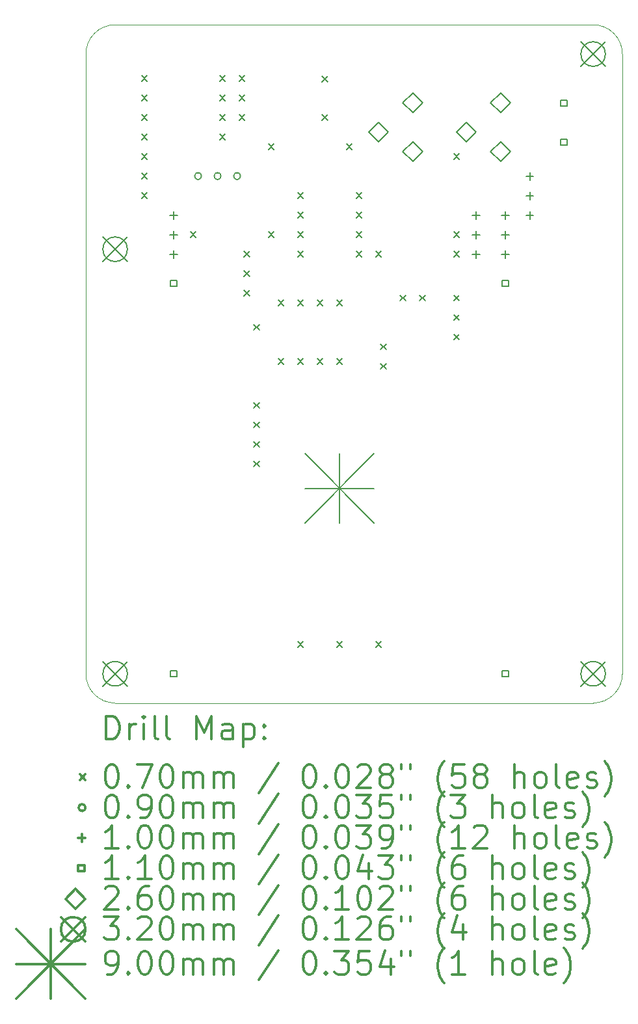
<source format=gbr>
%FSLAX45Y45*%
G04 Gerber Fmt 4.5, Leading zero omitted, Abs format (unit mm)*
G04 Created by KiCad (PCBNEW 4.0.1-stable) date 04/17/17 03:19:09*
%MOMM*%
G01*
G04 APERTURE LIST*
%ADD10C,0.127000*%
%ADD11C,0.100000*%
%ADD12C,0.200000*%
%ADD13C,0.300000*%
G04 APERTURE END LIST*
D10*
D11*
X17526000Y-12509500D02*
X17526000Y-4445000D01*
X10922000Y-12890500D02*
X17145000Y-12890500D01*
X10541000Y-4445000D02*
X10541000Y-12509500D01*
X17145000Y-4064000D02*
X10922000Y-4064000D01*
X10541000Y-12509500D02*
G75*
G03X10922000Y-12890500I381000J0D01*
G01*
X10922000Y-4064000D02*
G75*
G03X10541000Y-4445000I0J-381000D01*
G01*
X17526000Y-4445000D02*
G75*
G03X17145000Y-4064000I-381000J0D01*
G01*
X17145000Y-12890500D02*
G75*
G03X17526000Y-12509500I0J381000D01*
G01*
D12*
X11268000Y-4727500D02*
X11338000Y-4797500D01*
X11338000Y-4727500D02*
X11268000Y-4797500D01*
X11268000Y-4981500D02*
X11338000Y-5051500D01*
X11338000Y-4981500D02*
X11268000Y-5051500D01*
X11268000Y-5235500D02*
X11338000Y-5305500D01*
X11338000Y-5235500D02*
X11268000Y-5305500D01*
X11268000Y-5743500D02*
X11338000Y-5813500D01*
X11338000Y-5743500D02*
X11268000Y-5813500D01*
X11268000Y-5997500D02*
X11338000Y-6067500D01*
X11338000Y-5997500D02*
X11268000Y-6067500D01*
X11268000Y-6251500D02*
X11338000Y-6321500D01*
X11338000Y-6251500D02*
X11268000Y-6321500D01*
X11268052Y-5489246D02*
X11338052Y-5559246D01*
X11338052Y-5489246D02*
X11268052Y-5559246D01*
X11903000Y-6759500D02*
X11973000Y-6829500D01*
X11973000Y-6759500D02*
X11903000Y-6829500D01*
X12284000Y-4727500D02*
X12354000Y-4797500D01*
X12354000Y-4727500D02*
X12284000Y-4797500D01*
X12284000Y-4981500D02*
X12354000Y-5051500D01*
X12354000Y-4981500D02*
X12284000Y-5051500D01*
X12284000Y-5235500D02*
X12354000Y-5305500D01*
X12354000Y-5235500D02*
X12284000Y-5305500D01*
X12284000Y-5489500D02*
X12354000Y-5559500D01*
X12354000Y-5489500D02*
X12284000Y-5559500D01*
X12538000Y-4727500D02*
X12608000Y-4797500D01*
X12608000Y-4727500D02*
X12538000Y-4797500D01*
X12538000Y-4981500D02*
X12608000Y-5051500D01*
X12608000Y-4981500D02*
X12538000Y-5051500D01*
X12538000Y-5235500D02*
X12608000Y-5305500D01*
X12608000Y-5235500D02*
X12538000Y-5305500D01*
X12601500Y-7013500D02*
X12671500Y-7083500D01*
X12671500Y-7013500D02*
X12601500Y-7083500D01*
X12601500Y-7267500D02*
X12671500Y-7337500D01*
X12671500Y-7267500D02*
X12601500Y-7337500D01*
X12601500Y-7521500D02*
X12671500Y-7591500D01*
X12671500Y-7521500D02*
X12601500Y-7591500D01*
X12728500Y-7966000D02*
X12798500Y-8036000D01*
X12798500Y-7966000D02*
X12728500Y-8036000D01*
X12728500Y-8982000D02*
X12798500Y-9052000D01*
X12798500Y-8982000D02*
X12728500Y-9052000D01*
X12728500Y-9236000D02*
X12798500Y-9306000D01*
X12798500Y-9236000D02*
X12728500Y-9306000D01*
X12728500Y-9490000D02*
X12798500Y-9560000D01*
X12798500Y-9490000D02*
X12728500Y-9560000D01*
X12728500Y-9744000D02*
X12798500Y-9814000D01*
X12798500Y-9744000D02*
X12728500Y-9814000D01*
X12919000Y-5616500D02*
X12989000Y-5686500D01*
X12989000Y-5616500D02*
X12919000Y-5686500D01*
X12919000Y-6759500D02*
X12989000Y-6829500D01*
X12989000Y-6759500D02*
X12919000Y-6829500D01*
X13046000Y-7648500D02*
X13116000Y-7718500D01*
X13116000Y-7648500D02*
X13046000Y-7718500D01*
X13046000Y-8410500D02*
X13116000Y-8480500D01*
X13116000Y-8410500D02*
X13046000Y-8480500D01*
X13300000Y-6251500D02*
X13370000Y-6321500D01*
X13370000Y-6251500D02*
X13300000Y-6321500D01*
X13300000Y-6505500D02*
X13370000Y-6575500D01*
X13370000Y-6505500D02*
X13300000Y-6575500D01*
X13300000Y-6759500D02*
X13370000Y-6829500D01*
X13370000Y-6759500D02*
X13300000Y-6829500D01*
X13300000Y-7013500D02*
X13370000Y-7083500D01*
X13370000Y-7013500D02*
X13300000Y-7083500D01*
X13300000Y-7648500D02*
X13370000Y-7718500D01*
X13370000Y-7648500D02*
X13300000Y-7718500D01*
X13300000Y-8410500D02*
X13370000Y-8480500D01*
X13370000Y-8410500D02*
X13300000Y-8480500D01*
X13300000Y-12093500D02*
X13370000Y-12163500D01*
X13370000Y-12093500D02*
X13300000Y-12163500D01*
X13554000Y-7648500D02*
X13624000Y-7718500D01*
X13624000Y-7648500D02*
X13554000Y-7718500D01*
X13554000Y-8410500D02*
X13624000Y-8480500D01*
X13624000Y-8410500D02*
X13554000Y-8480500D01*
X13617500Y-4735500D02*
X13687500Y-4805500D01*
X13687500Y-4735500D02*
X13617500Y-4805500D01*
X13617500Y-5235500D02*
X13687500Y-5305500D01*
X13687500Y-5235500D02*
X13617500Y-5305500D01*
X13808000Y-7648500D02*
X13878000Y-7718500D01*
X13878000Y-7648500D02*
X13808000Y-7718500D01*
X13808000Y-8410500D02*
X13878000Y-8480500D01*
X13878000Y-8410500D02*
X13808000Y-8480500D01*
X13808000Y-12093500D02*
X13878000Y-12163500D01*
X13878000Y-12093500D02*
X13808000Y-12163500D01*
X13935000Y-5616500D02*
X14005000Y-5686500D01*
X14005000Y-5616500D02*
X13935000Y-5686500D01*
X14062000Y-6251500D02*
X14132000Y-6321500D01*
X14132000Y-6251500D02*
X14062000Y-6321500D01*
X14062000Y-6505500D02*
X14132000Y-6575500D01*
X14132000Y-6505500D02*
X14062000Y-6575500D01*
X14062000Y-6759500D02*
X14132000Y-6829500D01*
X14132000Y-6759500D02*
X14062000Y-6829500D01*
X14062000Y-7013500D02*
X14132000Y-7083500D01*
X14132000Y-7013500D02*
X14062000Y-7083500D01*
X14316000Y-7013500D02*
X14386000Y-7083500D01*
X14386000Y-7013500D02*
X14316000Y-7083500D01*
X14316000Y-12093500D02*
X14386000Y-12163500D01*
X14386000Y-12093500D02*
X14316000Y-12163500D01*
X14379500Y-8220000D02*
X14449500Y-8290000D01*
X14449500Y-8220000D02*
X14379500Y-8290000D01*
X14379500Y-8474000D02*
X14449500Y-8544000D01*
X14449500Y-8474000D02*
X14379500Y-8544000D01*
X14633500Y-7585000D02*
X14703500Y-7655000D01*
X14703500Y-7585000D02*
X14633500Y-7655000D01*
X14887500Y-7585000D02*
X14957500Y-7655000D01*
X14957500Y-7585000D02*
X14887500Y-7655000D01*
X15331746Y-6759448D02*
X15401746Y-6829448D01*
X15401746Y-6759448D02*
X15331746Y-6829448D01*
X15332000Y-5743500D02*
X15402000Y-5813500D01*
X15402000Y-5743500D02*
X15332000Y-5813500D01*
X15332000Y-7013500D02*
X15402000Y-7083500D01*
X15402000Y-7013500D02*
X15332000Y-7083500D01*
X15332000Y-7585000D02*
X15402000Y-7655000D01*
X15402000Y-7585000D02*
X15332000Y-7655000D01*
X15332000Y-7839000D02*
X15402000Y-7909000D01*
X15402000Y-7839000D02*
X15332000Y-7909000D01*
X15332000Y-8093000D02*
X15402000Y-8163000D01*
X15402000Y-8093000D02*
X15332000Y-8163000D01*
X12046500Y-6032500D02*
G75*
G03X12046500Y-6032500I-45000J0D01*
G01*
X12300500Y-6032500D02*
G75*
G03X12300500Y-6032500I-45000J0D01*
G01*
X12554500Y-6032500D02*
G75*
G03X12554500Y-6032500I-45000J0D01*
G01*
X11684000Y-6490500D02*
X11684000Y-6590500D01*
X11634000Y-6540500D02*
X11734000Y-6540500D01*
X11684000Y-6744500D02*
X11684000Y-6844500D01*
X11634000Y-6794500D02*
X11734000Y-6794500D01*
X11684000Y-6998500D02*
X11684000Y-7098500D01*
X11634000Y-7048500D02*
X11734000Y-7048500D01*
X15621000Y-6490500D02*
X15621000Y-6590500D01*
X15571000Y-6540500D02*
X15671000Y-6540500D01*
X15621000Y-6744500D02*
X15621000Y-6844500D01*
X15571000Y-6794500D02*
X15671000Y-6794500D01*
X15621000Y-6998500D02*
X15621000Y-7098500D01*
X15571000Y-7048500D02*
X15671000Y-7048500D01*
X16002000Y-6490500D02*
X16002000Y-6590500D01*
X15952000Y-6540500D02*
X16052000Y-6540500D01*
X16002000Y-6744500D02*
X16002000Y-6844500D01*
X15952000Y-6794500D02*
X16052000Y-6794500D01*
X16002000Y-6998500D02*
X16002000Y-7098500D01*
X15952000Y-7048500D02*
X16052000Y-7048500D01*
X16319500Y-5982500D02*
X16319500Y-6082500D01*
X16269500Y-6032500D02*
X16369500Y-6032500D01*
X16319500Y-6236500D02*
X16319500Y-6336500D01*
X16269500Y-6286500D02*
X16369500Y-6286500D01*
X16319500Y-6490500D02*
X16319500Y-6590500D01*
X16269500Y-6540500D02*
X16369500Y-6540500D01*
X11722891Y-7468391D02*
X11722891Y-7390609D01*
X11645109Y-7390609D01*
X11645109Y-7468391D01*
X11722891Y-7468391D01*
X11722891Y-12548391D02*
X11722891Y-12470609D01*
X11645109Y-12470609D01*
X11645109Y-12548391D01*
X11722891Y-12548391D01*
X16040891Y-7468391D02*
X16040891Y-7390609D01*
X15963109Y-7390609D01*
X15963109Y-7468391D01*
X16040891Y-7468391D01*
X16040891Y-12548391D02*
X16040891Y-12470609D01*
X15963109Y-12470609D01*
X15963109Y-12548391D01*
X16040891Y-12548391D01*
X16802891Y-5118891D02*
X16802891Y-5041109D01*
X16725109Y-5041109D01*
X16725109Y-5118891D01*
X16802891Y-5118891D01*
X16802891Y-5626891D02*
X16802891Y-5549109D01*
X16725109Y-5549109D01*
X16725109Y-5626891D01*
X16802891Y-5626891D01*
X14351000Y-5591000D02*
X14481000Y-5461000D01*
X14351000Y-5331000D01*
X14221000Y-5461000D01*
X14351000Y-5591000D01*
X14795500Y-5210000D02*
X14925500Y-5080000D01*
X14795500Y-4950000D01*
X14665500Y-5080000D01*
X14795500Y-5210000D01*
X14795500Y-5845000D02*
X14925500Y-5715000D01*
X14795500Y-5585000D01*
X14665500Y-5715000D01*
X14795500Y-5845000D01*
X15494000Y-5591000D02*
X15624000Y-5461000D01*
X15494000Y-5331000D01*
X15364000Y-5461000D01*
X15494000Y-5591000D01*
X15938500Y-5210000D02*
X16068500Y-5080000D01*
X15938500Y-4950000D01*
X15808500Y-5080000D01*
X15938500Y-5210000D01*
X15938500Y-5845000D02*
X16068500Y-5715000D01*
X15938500Y-5585000D01*
X15808500Y-5715000D01*
X15938500Y-5845000D01*
X10762000Y-6825000D02*
X11082000Y-7145000D01*
X11082000Y-6825000D02*
X10762000Y-7145000D01*
X11082000Y-6985000D02*
G75*
G03X11082000Y-6985000I-160000J0D01*
G01*
X10762000Y-12349500D02*
X11082000Y-12669500D01*
X11082000Y-12349500D02*
X10762000Y-12669500D01*
X11082000Y-12509500D02*
G75*
G03X11082000Y-12509500I-160000J0D01*
G01*
X16985000Y-4285000D02*
X17305000Y-4605000D01*
X17305000Y-4285000D02*
X16985000Y-4605000D01*
X17305000Y-4445000D02*
G75*
G03X17305000Y-4445000I-160000J0D01*
G01*
X16985000Y-12349500D02*
X17305000Y-12669500D01*
X17305000Y-12349500D02*
X16985000Y-12669500D01*
X17305000Y-12509500D02*
G75*
G03X17305000Y-12509500I-160000J0D01*
G01*
X13393000Y-9646500D02*
X14293000Y-10546500D01*
X14293000Y-9646500D02*
X13393000Y-10546500D01*
X13843000Y-9646500D02*
X13843000Y-10546500D01*
X13393000Y-10096500D02*
X14293000Y-10096500D01*
D13*
X10807429Y-13361214D02*
X10807429Y-13061214D01*
X10878857Y-13061214D01*
X10921714Y-13075500D01*
X10950286Y-13104071D01*
X10964571Y-13132643D01*
X10978857Y-13189786D01*
X10978857Y-13232643D01*
X10964571Y-13289786D01*
X10950286Y-13318357D01*
X10921714Y-13346929D01*
X10878857Y-13361214D01*
X10807429Y-13361214D01*
X11107429Y-13361214D02*
X11107429Y-13161214D01*
X11107429Y-13218357D02*
X11121714Y-13189786D01*
X11136000Y-13175500D01*
X11164571Y-13161214D01*
X11193143Y-13161214D01*
X11293143Y-13361214D02*
X11293143Y-13161214D01*
X11293143Y-13061214D02*
X11278857Y-13075500D01*
X11293143Y-13089786D01*
X11307428Y-13075500D01*
X11293143Y-13061214D01*
X11293143Y-13089786D01*
X11478857Y-13361214D02*
X11450286Y-13346929D01*
X11436000Y-13318357D01*
X11436000Y-13061214D01*
X11636000Y-13361214D02*
X11607428Y-13346929D01*
X11593143Y-13318357D01*
X11593143Y-13061214D01*
X11978857Y-13361214D02*
X11978857Y-13061214D01*
X12078857Y-13275500D01*
X12178857Y-13061214D01*
X12178857Y-13361214D01*
X12450286Y-13361214D02*
X12450286Y-13204071D01*
X12436000Y-13175500D01*
X12407428Y-13161214D01*
X12350286Y-13161214D01*
X12321714Y-13175500D01*
X12450286Y-13346929D02*
X12421714Y-13361214D01*
X12350286Y-13361214D01*
X12321714Y-13346929D01*
X12307428Y-13318357D01*
X12307428Y-13289786D01*
X12321714Y-13261214D01*
X12350286Y-13246929D01*
X12421714Y-13246929D01*
X12450286Y-13232643D01*
X12593143Y-13161214D02*
X12593143Y-13461214D01*
X12593143Y-13175500D02*
X12621714Y-13161214D01*
X12678857Y-13161214D01*
X12707428Y-13175500D01*
X12721714Y-13189786D01*
X12736000Y-13218357D01*
X12736000Y-13304071D01*
X12721714Y-13332643D01*
X12707428Y-13346929D01*
X12678857Y-13361214D01*
X12621714Y-13361214D01*
X12593143Y-13346929D01*
X12864571Y-13332643D02*
X12878857Y-13346929D01*
X12864571Y-13361214D01*
X12850286Y-13346929D01*
X12864571Y-13332643D01*
X12864571Y-13361214D01*
X12864571Y-13175500D02*
X12878857Y-13189786D01*
X12864571Y-13204071D01*
X12850286Y-13189786D01*
X12864571Y-13175500D01*
X12864571Y-13204071D01*
X10466000Y-13820500D02*
X10536000Y-13890500D01*
X10536000Y-13820500D02*
X10466000Y-13890500D01*
X10864571Y-13691214D02*
X10893143Y-13691214D01*
X10921714Y-13705500D01*
X10936000Y-13719786D01*
X10950286Y-13748357D01*
X10964571Y-13805500D01*
X10964571Y-13876929D01*
X10950286Y-13934071D01*
X10936000Y-13962643D01*
X10921714Y-13976929D01*
X10893143Y-13991214D01*
X10864571Y-13991214D01*
X10836000Y-13976929D01*
X10821714Y-13962643D01*
X10807429Y-13934071D01*
X10793143Y-13876929D01*
X10793143Y-13805500D01*
X10807429Y-13748357D01*
X10821714Y-13719786D01*
X10836000Y-13705500D01*
X10864571Y-13691214D01*
X11093143Y-13962643D02*
X11107429Y-13976929D01*
X11093143Y-13991214D01*
X11078857Y-13976929D01*
X11093143Y-13962643D01*
X11093143Y-13991214D01*
X11207428Y-13691214D02*
X11407428Y-13691214D01*
X11278857Y-13991214D01*
X11578857Y-13691214D02*
X11607428Y-13691214D01*
X11636000Y-13705500D01*
X11650286Y-13719786D01*
X11664571Y-13748357D01*
X11678857Y-13805500D01*
X11678857Y-13876929D01*
X11664571Y-13934071D01*
X11650286Y-13962643D01*
X11636000Y-13976929D01*
X11607428Y-13991214D01*
X11578857Y-13991214D01*
X11550286Y-13976929D01*
X11536000Y-13962643D01*
X11521714Y-13934071D01*
X11507428Y-13876929D01*
X11507428Y-13805500D01*
X11521714Y-13748357D01*
X11536000Y-13719786D01*
X11550286Y-13705500D01*
X11578857Y-13691214D01*
X11807428Y-13991214D02*
X11807428Y-13791214D01*
X11807428Y-13819786D02*
X11821714Y-13805500D01*
X11850286Y-13791214D01*
X11893143Y-13791214D01*
X11921714Y-13805500D01*
X11936000Y-13834071D01*
X11936000Y-13991214D01*
X11936000Y-13834071D02*
X11950286Y-13805500D01*
X11978857Y-13791214D01*
X12021714Y-13791214D01*
X12050286Y-13805500D01*
X12064571Y-13834071D01*
X12064571Y-13991214D01*
X12207428Y-13991214D02*
X12207428Y-13791214D01*
X12207428Y-13819786D02*
X12221714Y-13805500D01*
X12250286Y-13791214D01*
X12293143Y-13791214D01*
X12321714Y-13805500D01*
X12336000Y-13834071D01*
X12336000Y-13991214D01*
X12336000Y-13834071D02*
X12350286Y-13805500D01*
X12378857Y-13791214D01*
X12421714Y-13791214D01*
X12450286Y-13805500D01*
X12464571Y-13834071D01*
X12464571Y-13991214D01*
X13050286Y-13676929D02*
X12793143Y-14062643D01*
X13436000Y-13691214D02*
X13464571Y-13691214D01*
X13493143Y-13705500D01*
X13507428Y-13719786D01*
X13521714Y-13748357D01*
X13536000Y-13805500D01*
X13536000Y-13876929D01*
X13521714Y-13934071D01*
X13507428Y-13962643D01*
X13493143Y-13976929D01*
X13464571Y-13991214D01*
X13436000Y-13991214D01*
X13407428Y-13976929D01*
X13393143Y-13962643D01*
X13378857Y-13934071D01*
X13364571Y-13876929D01*
X13364571Y-13805500D01*
X13378857Y-13748357D01*
X13393143Y-13719786D01*
X13407428Y-13705500D01*
X13436000Y-13691214D01*
X13664571Y-13962643D02*
X13678857Y-13976929D01*
X13664571Y-13991214D01*
X13650286Y-13976929D01*
X13664571Y-13962643D01*
X13664571Y-13991214D01*
X13864571Y-13691214D02*
X13893143Y-13691214D01*
X13921714Y-13705500D01*
X13936000Y-13719786D01*
X13950285Y-13748357D01*
X13964571Y-13805500D01*
X13964571Y-13876929D01*
X13950285Y-13934071D01*
X13936000Y-13962643D01*
X13921714Y-13976929D01*
X13893143Y-13991214D01*
X13864571Y-13991214D01*
X13836000Y-13976929D01*
X13821714Y-13962643D01*
X13807428Y-13934071D01*
X13793143Y-13876929D01*
X13793143Y-13805500D01*
X13807428Y-13748357D01*
X13821714Y-13719786D01*
X13836000Y-13705500D01*
X13864571Y-13691214D01*
X14078857Y-13719786D02*
X14093143Y-13705500D01*
X14121714Y-13691214D01*
X14193143Y-13691214D01*
X14221714Y-13705500D01*
X14236000Y-13719786D01*
X14250285Y-13748357D01*
X14250285Y-13776929D01*
X14236000Y-13819786D01*
X14064571Y-13991214D01*
X14250285Y-13991214D01*
X14421714Y-13819786D02*
X14393143Y-13805500D01*
X14378857Y-13791214D01*
X14364571Y-13762643D01*
X14364571Y-13748357D01*
X14378857Y-13719786D01*
X14393143Y-13705500D01*
X14421714Y-13691214D01*
X14478857Y-13691214D01*
X14507428Y-13705500D01*
X14521714Y-13719786D01*
X14536000Y-13748357D01*
X14536000Y-13762643D01*
X14521714Y-13791214D01*
X14507428Y-13805500D01*
X14478857Y-13819786D01*
X14421714Y-13819786D01*
X14393143Y-13834071D01*
X14378857Y-13848357D01*
X14364571Y-13876929D01*
X14364571Y-13934071D01*
X14378857Y-13962643D01*
X14393143Y-13976929D01*
X14421714Y-13991214D01*
X14478857Y-13991214D01*
X14507428Y-13976929D01*
X14521714Y-13962643D01*
X14536000Y-13934071D01*
X14536000Y-13876929D01*
X14521714Y-13848357D01*
X14507428Y-13834071D01*
X14478857Y-13819786D01*
X14650286Y-13691214D02*
X14650286Y-13748357D01*
X14764571Y-13691214D02*
X14764571Y-13748357D01*
X15207428Y-14105500D02*
X15193143Y-14091214D01*
X15164571Y-14048357D01*
X15150285Y-14019786D01*
X15136000Y-13976929D01*
X15121714Y-13905500D01*
X15121714Y-13848357D01*
X15136000Y-13776929D01*
X15150285Y-13734071D01*
X15164571Y-13705500D01*
X15193143Y-13662643D01*
X15207428Y-13648357D01*
X15464571Y-13691214D02*
X15321714Y-13691214D01*
X15307428Y-13834071D01*
X15321714Y-13819786D01*
X15350285Y-13805500D01*
X15421714Y-13805500D01*
X15450285Y-13819786D01*
X15464571Y-13834071D01*
X15478857Y-13862643D01*
X15478857Y-13934071D01*
X15464571Y-13962643D01*
X15450285Y-13976929D01*
X15421714Y-13991214D01*
X15350285Y-13991214D01*
X15321714Y-13976929D01*
X15307428Y-13962643D01*
X15650285Y-13819786D02*
X15621714Y-13805500D01*
X15607428Y-13791214D01*
X15593143Y-13762643D01*
X15593143Y-13748357D01*
X15607428Y-13719786D01*
X15621714Y-13705500D01*
X15650285Y-13691214D01*
X15707428Y-13691214D01*
X15736000Y-13705500D01*
X15750285Y-13719786D01*
X15764571Y-13748357D01*
X15764571Y-13762643D01*
X15750285Y-13791214D01*
X15736000Y-13805500D01*
X15707428Y-13819786D01*
X15650285Y-13819786D01*
X15621714Y-13834071D01*
X15607428Y-13848357D01*
X15593143Y-13876929D01*
X15593143Y-13934071D01*
X15607428Y-13962643D01*
X15621714Y-13976929D01*
X15650285Y-13991214D01*
X15707428Y-13991214D01*
X15736000Y-13976929D01*
X15750285Y-13962643D01*
X15764571Y-13934071D01*
X15764571Y-13876929D01*
X15750285Y-13848357D01*
X15736000Y-13834071D01*
X15707428Y-13819786D01*
X16121714Y-13991214D02*
X16121714Y-13691214D01*
X16250285Y-13991214D02*
X16250285Y-13834071D01*
X16236000Y-13805500D01*
X16207428Y-13791214D01*
X16164571Y-13791214D01*
X16136000Y-13805500D01*
X16121714Y-13819786D01*
X16436000Y-13991214D02*
X16407428Y-13976929D01*
X16393143Y-13962643D01*
X16378857Y-13934071D01*
X16378857Y-13848357D01*
X16393143Y-13819786D01*
X16407428Y-13805500D01*
X16436000Y-13791214D01*
X16478857Y-13791214D01*
X16507428Y-13805500D01*
X16521714Y-13819786D01*
X16536000Y-13848357D01*
X16536000Y-13934071D01*
X16521714Y-13962643D01*
X16507428Y-13976929D01*
X16478857Y-13991214D01*
X16436000Y-13991214D01*
X16707428Y-13991214D02*
X16678857Y-13976929D01*
X16664571Y-13948357D01*
X16664571Y-13691214D01*
X16936000Y-13976929D02*
X16907429Y-13991214D01*
X16850286Y-13991214D01*
X16821714Y-13976929D01*
X16807429Y-13948357D01*
X16807429Y-13834071D01*
X16821714Y-13805500D01*
X16850286Y-13791214D01*
X16907429Y-13791214D01*
X16936000Y-13805500D01*
X16950286Y-13834071D01*
X16950286Y-13862643D01*
X16807429Y-13891214D01*
X17064571Y-13976929D02*
X17093143Y-13991214D01*
X17150286Y-13991214D01*
X17178857Y-13976929D01*
X17193143Y-13948357D01*
X17193143Y-13934071D01*
X17178857Y-13905500D01*
X17150286Y-13891214D01*
X17107429Y-13891214D01*
X17078857Y-13876929D01*
X17064571Y-13848357D01*
X17064571Y-13834071D01*
X17078857Y-13805500D01*
X17107429Y-13791214D01*
X17150286Y-13791214D01*
X17178857Y-13805500D01*
X17293143Y-14105500D02*
X17307429Y-14091214D01*
X17336000Y-14048357D01*
X17350286Y-14019786D01*
X17364571Y-13976929D01*
X17378857Y-13905500D01*
X17378857Y-13848357D01*
X17364571Y-13776929D01*
X17350286Y-13734071D01*
X17336000Y-13705500D01*
X17307429Y-13662643D01*
X17293143Y-13648357D01*
X10536000Y-14251500D02*
G75*
G03X10536000Y-14251500I-45000J0D01*
G01*
X10864571Y-14087214D02*
X10893143Y-14087214D01*
X10921714Y-14101500D01*
X10936000Y-14115786D01*
X10950286Y-14144357D01*
X10964571Y-14201500D01*
X10964571Y-14272929D01*
X10950286Y-14330071D01*
X10936000Y-14358643D01*
X10921714Y-14372929D01*
X10893143Y-14387214D01*
X10864571Y-14387214D01*
X10836000Y-14372929D01*
X10821714Y-14358643D01*
X10807429Y-14330071D01*
X10793143Y-14272929D01*
X10793143Y-14201500D01*
X10807429Y-14144357D01*
X10821714Y-14115786D01*
X10836000Y-14101500D01*
X10864571Y-14087214D01*
X11093143Y-14358643D02*
X11107429Y-14372929D01*
X11093143Y-14387214D01*
X11078857Y-14372929D01*
X11093143Y-14358643D01*
X11093143Y-14387214D01*
X11250286Y-14387214D02*
X11307428Y-14387214D01*
X11336000Y-14372929D01*
X11350286Y-14358643D01*
X11378857Y-14315786D01*
X11393143Y-14258643D01*
X11393143Y-14144357D01*
X11378857Y-14115786D01*
X11364571Y-14101500D01*
X11336000Y-14087214D01*
X11278857Y-14087214D01*
X11250286Y-14101500D01*
X11236000Y-14115786D01*
X11221714Y-14144357D01*
X11221714Y-14215786D01*
X11236000Y-14244357D01*
X11250286Y-14258643D01*
X11278857Y-14272929D01*
X11336000Y-14272929D01*
X11364571Y-14258643D01*
X11378857Y-14244357D01*
X11393143Y-14215786D01*
X11578857Y-14087214D02*
X11607428Y-14087214D01*
X11636000Y-14101500D01*
X11650286Y-14115786D01*
X11664571Y-14144357D01*
X11678857Y-14201500D01*
X11678857Y-14272929D01*
X11664571Y-14330071D01*
X11650286Y-14358643D01*
X11636000Y-14372929D01*
X11607428Y-14387214D01*
X11578857Y-14387214D01*
X11550286Y-14372929D01*
X11536000Y-14358643D01*
X11521714Y-14330071D01*
X11507428Y-14272929D01*
X11507428Y-14201500D01*
X11521714Y-14144357D01*
X11536000Y-14115786D01*
X11550286Y-14101500D01*
X11578857Y-14087214D01*
X11807428Y-14387214D02*
X11807428Y-14187214D01*
X11807428Y-14215786D02*
X11821714Y-14201500D01*
X11850286Y-14187214D01*
X11893143Y-14187214D01*
X11921714Y-14201500D01*
X11936000Y-14230071D01*
X11936000Y-14387214D01*
X11936000Y-14230071D02*
X11950286Y-14201500D01*
X11978857Y-14187214D01*
X12021714Y-14187214D01*
X12050286Y-14201500D01*
X12064571Y-14230071D01*
X12064571Y-14387214D01*
X12207428Y-14387214D02*
X12207428Y-14187214D01*
X12207428Y-14215786D02*
X12221714Y-14201500D01*
X12250286Y-14187214D01*
X12293143Y-14187214D01*
X12321714Y-14201500D01*
X12336000Y-14230071D01*
X12336000Y-14387214D01*
X12336000Y-14230071D02*
X12350286Y-14201500D01*
X12378857Y-14187214D01*
X12421714Y-14187214D01*
X12450286Y-14201500D01*
X12464571Y-14230071D01*
X12464571Y-14387214D01*
X13050286Y-14072929D02*
X12793143Y-14458643D01*
X13436000Y-14087214D02*
X13464571Y-14087214D01*
X13493143Y-14101500D01*
X13507428Y-14115786D01*
X13521714Y-14144357D01*
X13536000Y-14201500D01*
X13536000Y-14272929D01*
X13521714Y-14330071D01*
X13507428Y-14358643D01*
X13493143Y-14372929D01*
X13464571Y-14387214D01*
X13436000Y-14387214D01*
X13407428Y-14372929D01*
X13393143Y-14358643D01*
X13378857Y-14330071D01*
X13364571Y-14272929D01*
X13364571Y-14201500D01*
X13378857Y-14144357D01*
X13393143Y-14115786D01*
X13407428Y-14101500D01*
X13436000Y-14087214D01*
X13664571Y-14358643D02*
X13678857Y-14372929D01*
X13664571Y-14387214D01*
X13650286Y-14372929D01*
X13664571Y-14358643D01*
X13664571Y-14387214D01*
X13864571Y-14087214D02*
X13893143Y-14087214D01*
X13921714Y-14101500D01*
X13936000Y-14115786D01*
X13950285Y-14144357D01*
X13964571Y-14201500D01*
X13964571Y-14272929D01*
X13950285Y-14330071D01*
X13936000Y-14358643D01*
X13921714Y-14372929D01*
X13893143Y-14387214D01*
X13864571Y-14387214D01*
X13836000Y-14372929D01*
X13821714Y-14358643D01*
X13807428Y-14330071D01*
X13793143Y-14272929D01*
X13793143Y-14201500D01*
X13807428Y-14144357D01*
X13821714Y-14115786D01*
X13836000Y-14101500D01*
X13864571Y-14087214D01*
X14064571Y-14087214D02*
X14250285Y-14087214D01*
X14150285Y-14201500D01*
X14193143Y-14201500D01*
X14221714Y-14215786D01*
X14236000Y-14230071D01*
X14250285Y-14258643D01*
X14250285Y-14330071D01*
X14236000Y-14358643D01*
X14221714Y-14372929D01*
X14193143Y-14387214D01*
X14107428Y-14387214D01*
X14078857Y-14372929D01*
X14064571Y-14358643D01*
X14521714Y-14087214D02*
X14378857Y-14087214D01*
X14364571Y-14230071D01*
X14378857Y-14215786D01*
X14407428Y-14201500D01*
X14478857Y-14201500D01*
X14507428Y-14215786D01*
X14521714Y-14230071D01*
X14536000Y-14258643D01*
X14536000Y-14330071D01*
X14521714Y-14358643D01*
X14507428Y-14372929D01*
X14478857Y-14387214D01*
X14407428Y-14387214D01*
X14378857Y-14372929D01*
X14364571Y-14358643D01*
X14650286Y-14087214D02*
X14650286Y-14144357D01*
X14764571Y-14087214D02*
X14764571Y-14144357D01*
X15207428Y-14501500D02*
X15193143Y-14487214D01*
X15164571Y-14444357D01*
X15150285Y-14415786D01*
X15136000Y-14372929D01*
X15121714Y-14301500D01*
X15121714Y-14244357D01*
X15136000Y-14172929D01*
X15150285Y-14130071D01*
X15164571Y-14101500D01*
X15193143Y-14058643D01*
X15207428Y-14044357D01*
X15293143Y-14087214D02*
X15478857Y-14087214D01*
X15378857Y-14201500D01*
X15421714Y-14201500D01*
X15450285Y-14215786D01*
X15464571Y-14230071D01*
X15478857Y-14258643D01*
X15478857Y-14330071D01*
X15464571Y-14358643D01*
X15450285Y-14372929D01*
X15421714Y-14387214D01*
X15336000Y-14387214D01*
X15307428Y-14372929D01*
X15293143Y-14358643D01*
X15836000Y-14387214D02*
X15836000Y-14087214D01*
X15964571Y-14387214D02*
X15964571Y-14230071D01*
X15950285Y-14201500D01*
X15921714Y-14187214D01*
X15878857Y-14187214D01*
X15850285Y-14201500D01*
X15836000Y-14215786D01*
X16150285Y-14387214D02*
X16121714Y-14372929D01*
X16107428Y-14358643D01*
X16093143Y-14330071D01*
X16093143Y-14244357D01*
X16107428Y-14215786D01*
X16121714Y-14201500D01*
X16150285Y-14187214D01*
X16193143Y-14187214D01*
X16221714Y-14201500D01*
X16236000Y-14215786D01*
X16250285Y-14244357D01*
X16250285Y-14330071D01*
X16236000Y-14358643D01*
X16221714Y-14372929D01*
X16193143Y-14387214D01*
X16150285Y-14387214D01*
X16421714Y-14387214D02*
X16393143Y-14372929D01*
X16378857Y-14344357D01*
X16378857Y-14087214D01*
X16650286Y-14372929D02*
X16621714Y-14387214D01*
X16564571Y-14387214D01*
X16536000Y-14372929D01*
X16521714Y-14344357D01*
X16521714Y-14230071D01*
X16536000Y-14201500D01*
X16564571Y-14187214D01*
X16621714Y-14187214D01*
X16650286Y-14201500D01*
X16664571Y-14230071D01*
X16664571Y-14258643D01*
X16521714Y-14287214D01*
X16778857Y-14372929D02*
X16807429Y-14387214D01*
X16864571Y-14387214D01*
X16893143Y-14372929D01*
X16907429Y-14344357D01*
X16907429Y-14330071D01*
X16893143Y-14301500D01*
X16864571Y-14287214D01*
X16821714Y-14287214D01*
X16793143Y-14272929D01*
X16778857Y-14244357D01*
X16778857Y-14230071D01*
X16793143Y-14201500D01*
X16821714Y-14187214D01*
X16864571Y-14187214D01*
X16893143Y-14201500D01*
X17007428Y-14501500D02*
X17021714Y-14487214D01*
X17050286Y-14444357D01*
X17064571Y-14415786D01*
X17078857Y-14372929D01*
X17093143Y-14301500D01*
X17093143Y-14244357D01*
X17078857Y-14172929D01*
X17064571Y-14130071D01*
X17050286Y-14101500D01*
X17021714Y-14058643D01*
X17007428Y-14044357D01*
X10486000Y-14597500D02*
X10486000Y-14697500D01*
X10436000Y-14647500D02*
X10536000Y-14647500D01*
X10964571Y-14783214D02*
X10793143Y-14783214D01*
X10878857Y-14783214D02*
X10878857Y-14483214D01*
X10850286Y-14526071D01*
X10821714Y-14554643D01*
X10793143Y-14568929D01*
X11093143Y-14754643D02*
X11107429Y-14768929D01*
X11093143Y-14783214D01*
X11078857Y-14768929D01*
X11093143Y-14754643D01*
X11093143Y-14783214D01*
X11293143Y-14483214D02*
X11321714Y-14483214D01*
X11350286Y-14497500D01*
X11364571Y-14511786D01*
X11378857Y-14540357D01*
X11393143Y-14597500D01*
X11393143Y-14668929D01*
X11378857Y-14726071D01*
X11364571Y-14754643D01*
X11350286Y-14768929D01*
X11321714Y-14783214D01*
X11293143Y-14783214D01*
X11264571Y-14768929D01*
X11250286Y-14754643D01*
X11236000Y-14726071D01*
X11221714Y-14668929D01*
X11221714Y-14597500D01*
X11236000Y-14540357D01*
X11250286Y-14511786D01*
X11264571Y-14497500D01*
X11293143Y-14483214D01*
X11578857Y-14483214D02*
X11607428Y-14483214D01*
X11636000Y-14497500D01*
X11650286Y-14511786D01*
X11664571Y-14540357D01*
X11678857Y-14597500D01*
X11678857Y-14668929D01*
X11664571Y-14726071D01*
X11650286Y-14754643D01*
X11636000Y-14768929D01*
X11607428Y-14783214D01*
X11578857Y-14783214D01*
X11550286Y-14768929D01*
X11536000Y-14754643D01*
X11521714Y-14726071D01*
X11507428Y-14668929D01*
X11507428Y-14597500D01*
X11521714Y-14540357D01*
X11536000Y-14511786D01*
X11550286Y-14497500D01*
X11578857Y-14483214D01*
X11807428Y-14783214D02*
X11807428Y-14583214D01*
X11807428Y-14611786D02*
X11821714Y-14597500D01*
X11850286Y-14583214D01*
X11893143Y-14583214D01*
X11921714Y-14597500D01*
X11936000Y-14626071D01*
X11936000Y-14783214D01*
X11936000Y-14626071D02*
X11950286Y-14597500D01*
X11978857Y-14583214D01*
X12021714Y-14583214D01*
X12050286Y-14597500D01*
X12064571Y-14626071D01*
X12064571Y-14783214D01*
X12207428Y-14783214D02*
X12207428Y-14583214D01*
X12207428Y-14611786D02*
X12221714Y-14597500D01*
X12250286Y-14583214D01*
X12293143Y-14583214D01*
X12321714Y-14597500D01*
X12336000Y-14626071D01*
X12336000Y-14783214D01*
X12336000Y-14626071D02*
X12350286Y-14597500D01*
X12378857Y-14583214D01*
X12421714Y-14583214D01*
X12450286Y-14597500D01*
X12464571Y-14626071D01*
X12464571Y-14783214D01*
X13050286Y-14468929D02*
X12793143Y-14854643D01*
X13436000Y-14483214D02*
X13464571Y-14483214D01*
X13493143Y-14497500D01*
X13507428Y-14511786D01*
X13521714Y-14540357D01*
X13536000Y-14597500D01*
X13536000Y-14668929D01*
X13521714Y-14726071D01*
X13507428Y-14754643D01*
X13493143Y-14768929D01*
X13464571Y-14783214D01*
X13436000Y-14783214D01*
X13407428Y-14768929D01*
X13393143Y-14754643D01*
X13378857Y-14726071D01*
X13364571Y-14668929D01*
X13364571Y-14597500D01*
X13378857Y-14540357D01*
X13393143Y-14511786D01*
X13407428Y-14497500D01*
X13436000Y-14483214D01*
X13664571Y-14754643D02*
X13678857Y-14768929D01*
X13664571Y-14783214D01*
X13650286Y-14768929D01*
X13664571Y-14754643D01*
X13664571Y-14783214D01*
X13864571Y-14483214D02*
X13893143Y-14483214D01*
X13921714Y-14497500D01*
X13936000Y-14511786D01*
X13950285Y-14540357D01*
X13964571Y-14597500D01*
X13964571Y-14668929D01*
X13950285Y-14726071D01*
X13936000Y-14754643D01*
X13921714Y-14768929D01*
X13893143Y-14783214D01*
X13864571Y-14783214D01*
X13836000Y-14768929D01*
X13821714Y-14754643D01*
X13807428Y-14726071D01*
X13793143Y-14668929D01*
X13793143Y-14597500D01*
X13807428Y-14540357D01*
X13821714Y-14511786D01*
X13836000Y-14497500D01*
X13864571Y-14483214D01*
X14064571Y-14483214D02*
X14250285Y-14483214D01*
X14150285Y-14597500D01*
X14193143Y-14597500D01*
X14221714Y-14611786D01*
X14236000Y-14626071D01*
X14250285Y-14654643D01*
X14250285Y-14726071D01*
X14236000Y-14754643D01*
X14221714Y-14768929D01*
X14193143Y-14783214D01*
X14107428Y-14783214D01*
X14078857Y-14768929D01*
X14064571Y-14754643D01*
X14393143Y-14783214D02*
X14450285Y-14783214D01*
X14478857Y-14768929D01*
X14493143Y-14754643D01*
X14521714Y-14711786D01*
X14536000Y-14654643D01*
X14536000Y-14540357D01*
X14521714Y-14511786D01*
X14507428Y-14497500D01*
X14478857Y-14483214D01*
X14421714Y-14483214D01*
X14393143Y-14497500D01*
X14378857Y-14511786D01*
X14364571Y-14540357D01*
X14364571Y-14611786D01*
X14378857Y-14640357D01*
X14393143Y-14654643D01*
X14421714Y-14668929D01*
X14478857Y-14668929D01*
X14507428Y-14654643D01*
X14521714Y-14640357D01*
X14536000Y-14611786D01*
X14650286Y-14483214D02*
X14650286Y-14540357D01*
X14764571Y-14483214D02*
X14764571Y-14540357D01*
X15207428Y-14897500D02*
X15193143Y-14883214D01*
X15164571Y-14840357D01*
X15150285Y-14811786D01*
X15136000Y-14768929D01*
X15121714Y-14697500D01*
X15121714Y-14640357D01*
X15136000Y-14568929D01*
X15150285Y-14526071D01*
X15164571Y-14497500D01*
X15193143Y-14454643D01*
X15207428Y-14440357D01*
X15478857Y-14783214D02*
X15307428Y-14783214D01*
X15393143Y-14783214D02*
X15393143Y-14483214D01*
X15364571Y-14526071D01*
X15336000Y-14554643D01*
X15307428Y-14568929D01*
X15593143Y-14511786D02*
X15607428Y-14497500D01*
X15636000Y-14483214D01*
X15707428Y-14483214D01*
X15736000Y-14497500D01*
X15750285Y-14511786D01*
X15764571Y-14540357D01*
X15764571Y-14568929D01*
X15750285Y-14611786D01*
X15578857Y-14783214D01*
X15764571Y-14783214D01*
X16121714Y-14783214D02*
X16121714Y-14483214D01*
X16250285Y-14783214D02*
X16250285Y-14626071D01*
X16236000Y-14597500D01*
X16207428Y-14583214D01*
X16164571Y-14583214D01*
X16136000Y-14597500D01*
X16121714Y-14611786D01*
X16436000Y-14783214D02*
X16407428Y-14768929D01*
X16393143Y-14754643D01*
X16378857Y-14726071D01*
X16378857Y-14640357D01*
X16393143Y-14611786D01*
X16407428Y-14597500D01*
X16436000Y-14583214D01*
X16478857Y-14583214D01*
X16507428Y-14597500D01*
X16521714Y-14611786D01*
X16536000Y-14640357D01*
X16536000Y-14726071D01*
X16521714Y-14754643D01*
X16507428Y-14768929D01*
X16478857Y-14783214D01*
X16436000Y-14783214D01*
X16707428Y-14783214D02*
X16678857Y-14768929D01*
X16664571Y-14740357D01*
X16664571Y-14483214D01*
X16936000Y-14768929D02*
X16907429Y-14783214D01*
X16850286Y-14783214D01*
X16821714Y-14768929D01*
X16807429Y-14740357D01*
X16807429Y-14626071D01*
X16821714Y-14597500D01*
X16850286Y-14583214D01*
X16907429Y-14583214D01*
X16936000Y-14597500D01*
X16950286Y-14626071D01*
X16950286Y-14654643D01*
X16807429Y-14683214D01*
X17064571Y-14768929D02*
X17093143Y-14783214D01*
X17150286Y-14783214D01*
X17178857Y-14768929D01*
X17193143Y-14740357D01*
X17193143Y-14726071D01*
X17178857Y-14697500D01*
X17150286Y-14683214D01*
X17107429Y-14683214D01*
X17078857Y-14668929D01*
X17064571Y-14640357D01*
X17064571Y-14626071D01*
X17078857Y-14597500D01*
X17107429Y-14583214D01*
X17150286Y-14583214D01*
X17178857Y-14597500D01*
X17293143Y-14897500D02*
X17307429Y-14883214D01*
X17336000Y-14840357D01*
X17350286Y-14811786D01*
X17364571Y-14768929D01*
X17378857Y-14697500D01*
X17378857Y-14640357D01*
X17364571Y-14568929D01*
X17350286Y-14526071D01*
X17336000Y-14497500D01*
X17307429Y-14454643D01*
X17293143Y-14440357D01*
X10519891Y-15082391D02*
X10519891Y-15004609D01*
X10442109Y-15004609D01*
X10442109Y-15082391D01*
X10519891Y-15082391D01*
X10964571Y-15179214D02*
X10793143Y-15179214D01*
X10878857Y-15179214D02*
X10878857Y-14879214D01*
X10850286Y-14922071D01*
X10821714Y-14950643D01*
X10793143Y-14964929D01*
X11093143Y-15150643D02*
X11107429Y-15164929D01*
X11093143Y-15179214D01*
X11078857Y-15164929D01*
X11093143Y-15150643D01*
X11093143Y-15179214D01*
X11393143Y-15179214D02*
X11221714Y-15179214D01*
X11307428Y-15179214D02*
X11307428Y-14879214D01*
X11278857Y-14922071D01*
X11250286Y-14950643D01*
X11221714Y-14964929D01*
X11578857Y-14879214D02*
X11607428Y-14879214D01*
X11636000Y-14893500D01*
X11650286Y-14907786D01*
X11664571Y-14936357D01*
X11678857Y-14993500D01*
X11678857Y-15064929D01*
X11664571Y-15122071D01*
X11650286Y-15150643D01*
X11636000Y-15164929D01*
X11607428Y-15179214D01*
X11578857Y-15179214D01*
X11550286Y-15164929D01*
X11536000Y-15150643D01*
X11521714Y-15122071D01*
X11507428Y-15064929D01*
X11507428Y-14993500D01*
X11521714Y-14936357D01*
X11536000Y-14907786D01*
X11550286Y-14893500D01*
X11578857Y-14879214D01*
X11807428Y-15179214D02*
X11807428Y-14979214D01*
X11807428Y-15007786D02*
X11821714Y-14993500D01*
X11850286Y-14979214D01*
X11893143Y-14979214D01*
X11921714Y-14993500D01*
X11936000Y-15022071D01*
X11936000Y-15179214D01*
X11936000Y-15022071D02*
X11950286Y-14993500D01*
X11978857Y-14979214D01*
X12021714Y-14979214D01*
X12050286Y-14993500D01*
X12064571Y-15022071D01*
X12064571Y-15179214D01*
X12207428Y-15179214D02*
X12207428Y-14979214D01*
X12207428Y-15007786D02*
X12221714Y-14993500D01*
X12250286Y-14979214D01*
X12293143Y-14979214D01*
X12321714Y-14993500D01*
X12336000Y-15022071D01*
X12336000Y-15179214D01*
X12336000Y-15022071D02*
X12350286Y-14993500D01*
X12378857Y-14979214D01*
X12421714Y-14979214D01*
X12450286Y-14993500D01*
X12464571Y-15022071D01*
X12464571Y-15179214D01*
X13050286Y-14864929D02*
X12793143Y-15250643D01*
X13436000Y-14879214D02*
X13464571Y-14879214D01*
X13493143Y-14893500D01*
X13507428Y-14907786D01*
X13521714Y-14936357D01*
X13536000Y-14993500D01*
X13536000Y-15064929D01*
X13521714Y-15122071D01*
X13507428Y-15150643D01*
X13493143Y-15164929D01*
X13464571Y-15179214D01*
X13436000Y-15179214D01*
X13407428Y-15164929D01*
X13393143Y-15150643D01*
X13378857Y-15122071D01*
X13364571Y-15064929D01*
X13364571Y-14993500D01*
X13378857Y-14936357D01*
X13393143Y-14907786D01*
X13407428Y-14893500D01*
X13436000Y-14879214D01*
X13664571Y-15150643D02*
X13678857Y-15164929D01*
X13664571Y-15179214D01*
X13650286Y-15164929D01*
X13664571Y-15150643D01*
X13664571Y-15179214D01*
X13864571Y-14879214D02*
X13893143Y-14879214D01*
X13921714Y-14893500D01*
X13936000Y-14907786D01*
X13950285Y-14936357D01*
X13964571Y-14993500D01*
X13964571Y-15064929D01*
X13950285Y-15122071D01*
X13936000Y-15150643D01*
X13921714Y-15164929D01*
X13893143Y-15179214D01*
X13864571Y-15179214D01*
X13836000Y-15164929D01*
X13821714Y-15150643D01*
X13807428Y-15122071D01*
X13793143Y-15064929D01*
X13793143Y-14993500D01*
X13807428Y-14936357D01*
X13821714Y-14907786D01*
X13836000Y-14893500D01*
X13864571Y-14879214D01*
X14221714Y-14979214D02*
X14221714Y-15179214D01*
X14150285Y-14864929D02*
X14078857Y-15079214D01*
X14264571Y-15079214D01*
X14350285Y-14879214D02*
X14536000Y-14879214D01*
X14436000Y-14993500D01*
X14478857Y-14993500D01*
X14507428Y-15007786D01*
X14521714Y-15022071D01*
X14536000Y-15050643D01*
X14536000Y-15122071D01*
X14521714Y-15150643D01*
X14507428Y-15164929D01*
X14478857Y-15179214D01*
X14393143Y-15179214D01*
X14364571Y-15164929D01*
X14350285Y-15150643D01*
X14650286Y-14879214D02*
X14650286Y-14936357D01*
X14764571Y-14879214D02*
X14764571Y-14936357D01*
X15207428Y-15293500D02*
X15193143Y-15279214D01*
X15164571Y-15236357D01*
X15150285Y-15207786D01*
X15136000Y-15164929D01*
X15121714Y-15093500D01*
X15121714Y-15036357D01*
X15136000Y-14964929D01*
X15150285Y-14922071D01*
X15164571Y-14893500D01*
X15193143Y-14850643D01*
X15207428Y-14836357D01*
X15450285Y-14879214D02*
X15393143Y-14879214D01*
X15364571Y-14893500D01*
X15350285Y-14907786D01*
X15321714Y-14950643D01*
X15307428Y-15007786D01*
X15307428Y-15122071D01*
X15321714Y-15150643D01*
X15336000Y-15164929D01*
X15364571Y-15179214D01*
X15421714Y-15179214D01*
X15450285Y-15164929D01*
X15464571Y-15150643D01*
X15478857Y-15122071D01*
X15478857Y-15050643D01*
X15464571Y-15022071D01*
X15450285Y-15007786D01*
X15421714Y-14993500D01*
X15364571Y-14993500D01*
X15336000Y-15007786D01*
X15321714Y-15022071D01*
X15307428Y-15050643D01*
X15836000Y-15179214D02*
X15836000Y-14879214D01*
X15964571Y-15179214D02*
X15964571Y-15022071D01*
X15950285Y-14993500D01*
X15921714Y-14979214D01*
X15878857Y-14979214D01*
X15850285Y-14993500D01*
X15836000Y-15007786D01*
X16150285Y-15179214D02*
X16121714Y-15164929D01*
X16107428Y-15150643D01*
X16093143Y-15122071D01*
X16093143Y-15036357D01*
X16107428Y-15007786D01*
X16121714Y-14993500D01*
X16150285Y-14979214D01*
X16193143Y-14979214D01*
X16221714Y-14993500D01*
X16236000Y-15007786D01*
X16250285Y-15036357D01*
X16250285Y-15122071D01*
X16236000Y-15150643D01*
X16221714Y-15164929D01*
X16193143Y-15179214D01*
X16150285Y-15179214D01*
X16421714Y-15179214D02*
X16393143Y-15164929D01*
X16378857Y-15136357D01*
X16378857Y-14879214D01*
X16650286Y-15164929D02*
X16621714Y-15179214D01*
X16564571Y-15179214D01*
X16536000Y-15164929D01*
X16521714Y-15136357D01*
X16521714Y-15022071D01*
X16536000Y-14993500D01*
X16564571Y-14979214D01*
X16621714Y-14979214D01*
X16650286Y-14993500D01*
X16664571Y-15022071D01*
X16664571Y-15050643D01*
X16521714Y-15079214D01*
X16778857Y-15164929D02*
X16807429Y-15179214D01*
X16864571Y-15179214D01*
X16893143Y-15164929D01*
X16907429Y-15136357D01*
X16907429Y-15122071D01*
X16893143Y-15093500D01*
X16864571Y-15079214D01*
X16821714Y-15079214D01*
X16793143Y-15064929D01*
X16778857Y-15036357D01*
X16778857Y-15022071D01*
X16793143Y-14993500D01*
X16821714Y-14979214D01*
X16864571Y-14979214D01*
X16893143Y-14993500D01*
X17007428Y-15293500D02*
X17021714Y-15279214D01*
X17050286Y-15236357D01*
X17064571Y-15207786D01*
X17078857Y-15164929D01*
X17093143Y-15093500D01*
X17093143Y-15036357D01*
X17078857Y-14964929D01*
X17064571Y-14922071D01*
X17050286Y-14893500D01*
X17021714Y-14850643D01*
X17007428Y-14836357D01*
X10406000Y-15569500D02*
X10536000Y-15439500D01*
X10406000Y-15309500D01*
X10276000Y-15439500D01*
X10406000Y-15569500D01*
X10793143Y-15303786D02*
X10807429Y-15289500D01*
X10836000Y-15275214D01*
X10907429Y-15275214D01*
X10936000Y-15289500D01*
X10950286Y-15303786D01*
X10964571Y-15332357D01*
X10964571Y-15360929D01*
X10950286Y-15403786D01*
X10778857Y-15575214D01*
X10964571Y-15575214D01*
X11093143Y-15546643D02*
X11107429Y-15560929D01*
X11093143Y-15575214D01*
X11078857Y-15560929D01*
X11093143Y-15546643D01*
X11093143Y-15575214D01*
X11364571Y-15275214D02*
X11307428Y-15275214D01*
X11278857Y-15289500D01*
X11264571Y-15303786D01*
X11236000Y-15346643D01*
X11221714Y-15403786D01*
X11221714Y-15518071D01*
X11236000Y-15546643D01*
X11250286Y-15560929D01*
X11278857Y-15575214D01*
X11336000Y-15575214D01*
X11364571Y-15560929D01*
X11378857Y-15546643D01*
X11393143Y-15518071D01*
X11393143Y-15446643D01*
X11378857Y-15418071D01*
X11364571Y-15403786D01*
X11336000Y-15389500D01*
X11278857Y-15389500D01*
X11250286Y-15403786D01*
X11236000Y-15418071D01*
X11221714Y-15446643D01*
X11578857Y-15275214D02*
X11607428Y-15275214D01*
X11636000Y-15289500D01*
X11650286Y-15303786D01*
X11664571Y-15332357D01*
X11678857Y-15389500D01*
X11678857Y-15460929D01*
X11664571Y-15518071D01*
X11650286Y-15546643D01*
X11636000Y-15560929D01*
X11607428Y-15575214D01*
X11578857Y-15575214D01*
X11550286Y-15560929D01*
X11536000Y-15546643D01*
X11521714Y-15518071D01*
X11507428Y-15460929D01*
X11507428Y-15389500D01*
X11521714Y-15332357D01*
X11536000Y-15303786D01*
X11550286Y-15289500D01*
X11578857Y-15275214D01*
X11807428Y-15575214D02*
X11807428Y-15375214D01*
X11807428Y-15403786D02*
X11821714Y-15389500D01*
X11850286Y-15375214D01*
X11893143Y-15375214D01*
X11921714Y-15389500D01*
X11936000Y-15418071D01*
X11936000Y-15575214D01*
X11936000Y-15418071D02*
X11950286Y-15389500D01*
X11978857Y-15375214D01*
X12021714Y-15375214D01*
X12050286Y-15389500D01*
X12064571Y-15418071D01*
X12064571Y-15575214D01*
X12207428Y-15575214D02*
X12207428Y-15375214D01*
X12207428Y-15403786D02*
X12221714Y-15389500D01*
X12250286Y-15375214D01*
X12293143Y-15375214D01*
X12321714Y-15389500D01*
X12336000Y-15418071D01*
X12336000Y-15575214D01*
X12336000Y-15418071D02*
X12350286Y-15389500D01*
X12378857Y-15375214D01*
X12421714Y-15375214D01*
X12450286Y-15389500D01*
X12464571Y-15418071D01*
X12464571Y-15575214D01*
X13050286Y-15260929D02*
X12793143Y-15646643D01*
X13436000Y-15275214D02*
X13464571Y-15275214D01*
X13493143Y-15289500D01*
X13507428Y-15303786D01*
X13521714Y-15332357D01*
X13536000Y-15389500D01*
X13536000Y-15460929D01*
X13521714Y-15518071D01*
X13507428Y-15546643D01*
X13493143Y-15560929D01*
X13464571Y-15575214D01*
X13436000Y-15575214D01*
X13407428Y-15560929D01*
X13393143Y-15546643D01*
X13378857Y-15518071D01*
X13364571Y-15460929D01*
X13364571Y-15389500D01*
X13378857Y-15332357D01*
X13393143Y-15303786D01*
X13407428Y-15289500D01*
X13436000Y-15275214D01*
X13664571Y-15546643D02*
X13678857Y-15560929D01*
X13664571Y-15575214D01*
X13650286Y-15560929D01*
X13664571Y-15546643D01*
X13664571Y-15575214D01*
X13964571Y-15575214D02*
X13793143Y-15575214D01*
X13878857Y-15575214D02*
X13878857Y-15275214D01*
X13850285Y-15318071D01*
X13821714Y-15346643D01*
X13793143Y-15360929D01*
X14150285Y-15275214D02*
X14178857Y-15275214D01*
X14207428Y-15289500D01*
X14221714Y-15303786D01*
X14236000Y-15332357D01*
X14250285Y-15389500D01*
X14250285Y-15460929D01*
X14236000Y-15518071D01*
X14221714Y-15546643D01*
X14207428Y-15560929D01*
X14178857Y-15575214D01*
X14150285Y-15575214D01*
X14121714Y-15560929D01*
X14107428Y-15546643D01*
X14093143Y-15518071D01*
X14078857Y-15460929D01*
X14078857Y-15389500D01*
X14093143Y-15332357D01*
X14107428Y-15303786D01*
X14121714Y-15289500D01*
X14150285Y-15275214D01*
X14364571Y-15303786D02*
X14378857Y-15289500D01*
X14407428Y-15275214D01*
X14478857Y-15275214D01*
X14507428Y-15289500D01*
X14521714Y-15303786D01*
X14536000Y-15332357D01*
X14536000Y-15360929D01*
X14521714Y-15403786D01*
X14350285Y-15575214D01*
X14536000Y-15575214D01*
X14650286Y-15275214D02*
X14650286Y-15332357D01*
X14764571Y-15275214D02*
X14764571Y-15332357D01*
X15207428Y-15689500D02*
X15193143Y-15675214D01*
X15164571Y-15632357D01*
X15150285Y-15603786D01*
X15136000Y-15560929D01*
X15121714Y-15489500D01*
X15121714Y-15432357D01*
X15136000Y-15360929D01*
X15150285Y-15318071D01*
X15164571Y-15289500D01*
X15193143Y-15246643D01*
X15207428Y-15232357D01*
X15450285Y-15275214D02*
X15393143Y-15275214D01*
X15364571Y-15289500D01*
X15350285Y-15303786D01*
X15321714Y-15346643D01*
X15307428Y-15403786D01*
X15307428Y-15518071D01*
X15321714Y-15546643D01*
X15336000Y-15560929D01*
X15364571Y-15575214D01*
X15421714Y-15575214D01*
X15450285Y-15560929D01*
X15464571Y-15546643D01*
X15478857Y-15518071D01*
X15478857Y-15446643D01*
X15464571Y-15418071D01*
X15450285Y-15403786D01*
X15421714Y-15389500D01*
X15364571Y-15389500D01*
X15336000Y-15403786D01*
X15321714Y-15418071D01*
X15307428Y-15446643D01*
X15836000Y-15575214D02*
X15836000Y-15275214D01*
X15964571Y-15575214D02*
X15964571Y-15418071D01*
X15950285Y-15389500D01*
X15921714Y-15375214D01*
X15878857Y-15375214D01*
X15850285Y-15389500D01*
X15836000Y-15403786D01*
X16150285Y-15575214D02*
X16121714Y-15560929D01*
X16107428Y-15546643D01*
X16093143Y-15518071D01*
X16093143Y-15432357D01*
X16107428Y-15403786D01*
X16121714Y-15389500D01*
X16150285Y-15375214D01*
X16193143Y-15375214D01*
X16221714Y-15389500D01*
X16236000Y-15403786D01*
X16250285Y-15432357D01*
X16250285Y-15518071D01*
X16236000Y-15546643D01*
X16221714Y-15560929D01*
X16193143Y-15575214D01*
X16150285Y-15575214D01*
X16421714Y-15575214D02*
X16393143Y-15560929D01*
X16378857Y-15532357D01*
X16378857Y-15275214D01*
X16650286Y-15560929D02*
X16621714Y-15575214D01*
X16564571Y-15575214D01*
X16536000Y-15560929D01*
X16521714Y-15532357D01*
X16521714Y-15418071D01*
X16536000Y-15389500D01*
X16564571Y-15375214D01*
X16621714Y-15375214D01*
X16650286Y-15389500D01*
X16664571Y-15418071D01*
X16664571Y-15446643D01*
X16521714Y-15475214D01*
X16778857Y-15560929D02*
X16807429Y-15575214D01*
X16864571Y-15575214D01*
X16893143Y-15560929D01*
X16907429Y-15532357D01*
X16907429Y-15518071D01*
X16893143Y-15489500D01*
X16864571Y-15475214D01*
X16821714Y-15475214D01*
X16793143Y-15460929D01*
X16778857Y-15432357D01*
X16778857Y-15418071D01*
X16793143Y-15389500D01*
X16821714Y-15375214D01*
X16864571Y-15375214D01*
X16893143Y-15389500D01*
X17007428Y-15689500D02*
X17021714Y-15675214D01*
X17050286Y-15632357D01*
X17064571Y-15603786D01*
X17078857Y-15560929D01*
X17093143Y-15489500D01*
X17093143Y-15432357D01*
X17078857Y-15360929D01*
X17064571Y-15318071D01*
X17050286Y-15289500D01*
X17021714Y-15246643D01*
X17007428Y-15232357D01*
X10216000Y-15675500D02*
X10536000Y-15995500D01*
X10536000Y-15675500D02*
X10216000Y-15995500D01*
X10536000Y-15835500D02*
G75*
G03X10536000Y-15835500I-160000J0D01*
G01*
X10778857Y-15671214D02*
X10964571Y-15671214D01*
X10864571Y-15785500D01*
X10907429Y-15785500D01*
X10936000Y-15799786D01*
X10950286Y-15814071D01*
X10964571Y-15842643D01*
X10964571Y-15914071D01*
X10950286Y-15942643D01*
X10936000Y-15956929D01*
X10907429Y-15971214D01*
X10821714Y-15971214D01*
X10793143Y-15956929D01*
X10778857Y-15942643D01*
X11093143Y-15942643D02*
X11107429Y-15956929D01*
X11093143Y-15971214D01*
X11078857Y-15956929D01*
X11093143Y-15942643D01*
X11093143Y-15971214D01*
X11221714Y-15699786D02*
X11236000Y-15685500D01*
X11264571Y-15671214D01*
X11336000Y-15671214D01*
X11364571Y-15685500D01*
X11378857Y-15699786D01*
X11393143Y-15728357D01*
X11393143Y-15756929D01*
X11378857Y-15799786D01*
X11207428Y-15971214D01*
X11393143Y-15971214D01*
X11578857Y-15671214D02*
X11607428Y-15671214D01*
X11636000Y-15685500D01*
X11650286Y-15699786D01*
X11664571Y-15728357D01*
X11678857Y-15785500D01*
X11678857Y-15856929D01*
X11664571Y-15914071D01*
X11650286Y-15942643D01*
X11636000Y-15956929D01*
X11607428Y-15971214D01*
X11578857Y-15971214D01*
X11550286Y-15956929D01*
X11536000Y-15942643D01*
X11521714Y-15914071D01*
X11507428Y-15856929D01*
X11507428Y-15785500D01*
X11521714Y-15728357D01*
X11536000Y-15699786D01*
X11550286Y-15685500D01*
X11578857Y-15671214D01*
X11807428Y-15971214D02*
X11807428Y-15771214D01*
X11807428Y-15799786D02*
X11821714Y-15785500D01*
X11850286Y-15771214D01*
X11893143Y-15771214D01*
X11921714Y-15785500D01*
X11936000Y-15814071D01*
X11936000Y-15971214D01*
X11936000Y-15814071D02*
X11950286Y-15785500D01*
X11978857Y-15771214D01*
X12021714Y-15771214D01*
X12050286Y-15785500D01*
X12064571Y-15814071D01*
X12064571Y-15971214D01*
X12207428Y-15971214D02*
X12207428Y-15771214D01*
X12207428Y-15799786D02*
X12221714Y-15785500D01*
X12250286Y-15771214D01*
X12293143Y-15771214D01*
X12321714Y-15785500D01*
X12336000Y-15814071D01*
X12336000Y-15971214D01*
X12336000Y-15814071D02*
X12350286Y-15785500D01*
X12378857Y-15771214D01*
X12421714Y-15771214D01*
X12450286Y-15785500D01*
X12464571Y-15814071D01*
X12464571Y-15971214D01*
X13050286Y-15656929D02*
X12793143Y-16042643D01*
X13436000Y-15671214D02*
X13464571Y-15671214D01*
X13493143Y-15685500D01*
X13507428Y-15699786D01*
X13521714Y-15728357D01*
X13536000Y-15785500D01*
X13536000Y-15856929D01*
X13521714Y-15914071D01*
X13507428Y-15942643D01*
X13493143Y-15956929D01*
X13464571Y-15971214D01*
X13436000Y-15971214D01*
X13407428Y-15956929D01*
X13393143Y-15942643D01*
X13378857Y-15914071D01*
X13364571Y-15856929D01*
X13364571Y-15785500D01*
X13378857Y-15728357D01*
X13393143Y-15699786D01*
X13407428Y-15685500D01*
X13436000Y-15671214D01*
X13664571Y-15942643D02*
X13678857Y-15956929D01*
X13664571Y-15971214D01*
X13650286Y-15956929D01*
X13664571Y-15942643D01*
X13664571Y-15971214D01*
X13964571Y-15971214D02*
X13793143Y-15971214D01*
X13878857Y-15971214D02*
X13878857Y-15671214D01*
X13850285Y-15714071D01*
X13821714Y-15742643D01*
X13793143Y-15756929D01*
X14078857Y-15699786D02*
X14093143Y-15685500D01*
X14121714Y-15671214D01*
X14193143Y-15671214D01*
X14221714Y-15685500D01*
X14236000Y-15699786D01*
X14250285Y-15728357D01*
X14250285Y-15756929D01*
X14236000Y-15799786D01*
X14064571Y-15971214D01*
X14250285Y-15971214D01*
X14507428Y-15671214D02*
X14450285Y-15671214D01*
X14421714Y-15685500D01*
X14407428Y-15699786D01*
X14378857Y-15742643D01*
X14364571Y-15799786D01*
X14364571Y-15914071D01*
X14378857Y-15942643D01*
X14393143Y-15956929D01*
X14421714Y-15971214D01*
X14478857Y-15971214D01*
X14507428Y-15956929D01*
X14521714Y-15942643D01*
X14536000Y-15914071D01*
X14536000Y-15842643D01*
X14521714Y-15814071D01*
X14507428Y-15799786D01*
X14478857Y-15785500D01*
X14421714Y-15785500D01*
X14393143Y-15799786D01*
X14378857Y-15814071D01*
X14364571Y-15842643D01*
X14650286Y-15671214D02*
X14650286Y-15728357D01*
X14764571Y-15671214D02*
X14764571Y-15728357D01*
X15207428Y-16085500D02*
X15193143Y-16071214D01*
X15164571Y-16028357D01*
X15150285Y-15999786D01*
X15136000Y-15956929D01*
X15121714Y-15885500D01*
X15121714Y-15828357D01*
X15136000Y-15756929D01*
X15150285Y-15714071D01*
X15164571Y-15685500D01*
X15193143Y-15642643D01*
X15207428Y-15628357D01*
X15450285Y-15771214D02*
X15450285Y-15971214D01*
X15378857Y-15656929D02*
X15307428Y-15871214D01*
X15493143Y-15871214D01*
X15836000Y-15971214D02*
X15836000Y-15671214D01*
X15964571Y-15971214D02*
X15964571Y-15814071D01*
X15950285Y-15785500D01*
X15921714Y-15771214D01*
X15878857Y-15771214D01*
X15850285Y-15785500D01*
X15836000Y-15799786D01*
X16150285Y-15971214D02*
X16121714Y-15956929D01*
X16107428Y-15942643D01*
X16093143Y-15914071D01*
X16093143Y-15828357D01*
X16107428Y-15799786D01*
X16121714Y-15785500D01*
X16150285Y-15771214D01*
X16193143Y-15771214D01*
X16221714Y-15785500D01*
X16236000Y-15799786D01*
X16250285Y-15828357D01*
X16250285Y-15914071D01*
X16236000Y-15942643D01*
X16221714Y-15956929D01*
X16193143Y-15971214D01*
X16150285Y-15971214D01*
X16421714Y-15971214D02*
X16393143Y-15956929D01*
X16378857Y-15928357D01*
X16378857Y-15671214D01*
X16650286Y-15956929D02*
X16621714Y-15971214D01*
X16564571Y-15971214D01*
X16536000Y-15956929D01*
X16521714Y-15928357D01*
X16521714Y-15814071D01*
X16536000Y-15785500D01*
X16564571Y-15771214D01*
X16621714Y-15771214D01*
X16650286Y-15785500D01*
X16664571Y-15814071D01*
X16664571Y-15842643D01*
X16521714Y-15871214D01*
X16778857Y-15956929D02*
X16807429Y-15971214D01*
X16864571Y-15971214D01*
X16893143Y-15956929D01*
X16907429Y-15928357D01*
X16907429Y-15914071D01*
X16893143Y-15885500D01*
X16864571Y-15871214D01*
X16821714Y-15871214D01*
X16793143Y-15856929D01*
X16778857Y-15828357D01*
X16778857Y-15814071D01*
X16793143Y-15785500D01*
X16821714Y-15771214D01*
X16864571Y-15771214D01*
X16893143Y-15785500D01*
X17007428Y-16085500D02*
X17021714Y-16071214D01*
X17050286Y-16028357D01*
X17064571Y-15999786D01*
X17078857Y-15956929D01*
X17093143Y-15885500D01*
X17093143Y-15828357D01*
X17078857Y-15756929D01*
X17064571Y-15714071D01*
X17050286Y-15685500D01*
X17021714Y-15642643D01*
X17007428Y-15628357D01*
X9636000Y-15835500D02*
X10536000Y-16735500D01*
X10536000Y-15835500D02*
X9636000Y-16735500D01*
X10086000Y-15835500D02*
X10086000Y-16735500D01*
X9636000Y-16285500D02*
X10536000Y-16285500D01*
X10821714Y-16421214D02*
X10878857Y-16421214D01*
X10907429Y-16406929D01*
X10921714Y-16392643D01*
X10950286Y-16349786D01*
X10964571Y-16292643D01*
X10964571Y-16178357D01*
X10950286Y-16149786D01*
X10936000Y-16135500D01*
X10907429Y-16121214D01*
X10850286Y-16121214D01*
X10821714Y-16135500D01*
X10807429Y-16149786D01*
X10793143Y-16178357D01*
X10793143Y-16249786D01*
X10807429Y-16278357D01*
X10821714Y-16292643D01*
X10850286Y-16306929D01*
X10907429Y-16306929D01*
X10936000Y-16292643D01*
X10950286Y-16278357D01*
X10964571Y-16249786D01*
X11093143Y-16392643D02*
X11107429Y-16406929D01*
X11093143Y-16421214D01*
X11078857Y-16406929D01*
X11093143Y-16392643D01*
X11093143Y-16421214D01*
X11293143Y-16121214D02*
X11321714Y-16121214D01*
X11350286Y-16135500D01*
X11364571Y-16149786D01*
X11378857Y-16178357D01*
X11393143Y-16235500D01*
X11393143Y-16306929D01*
X11378857Y-16364071D01*
X11364571Y-16392643D01*
X11350286Y-16406929D01*
X11321714Y-16421214D01*
X11293143Y-16421214D01*
X11264571Y-16406929D01*
X11250286Y-16392643D01*
X11236000Y-16364071D01*
X11221714Y-16306929D01*
X11221714Y-16235500D01*
X11236000Y-16178357D01*
X11250286Y-16149786D01*
X11264571Y-16135500D01*
X11293143Y-16121214D01*
X11578857Y-16121214D02*
X11607428Y-16121214D01*
X11636000Y-16135500D01*
X11650286Y-16149786D01*
X11664571Y-16178357D01*
X11678857Y-16235500D01*
X11678857Y-16306929D01*
X11664571Y-16364071D01*
X11650286Y-16392643D01*
X11636000Y-16406929D01*
X11607428Y-16421214D01*
X11578857Y-16421214D01*
X11550286Y-16406929D01*
X11536000Y-16392643D01*
X11521714Y-16364071D01*
X11507428Y-16306929D01*
X11507428Y-16235500D01*
X11521714Y-16178357D01*
X11536000Y-16149786D01*
X11550286Y-16135500D01*
X11578857Y-16121214D01*
X11807428Y-16421214D02*
X11807428Y-16221214D01*
X11807428Y-16249786D02*
X11821714Y-16235500D01*
X11850286Y-16221214D01*
X11893143Y-16221214D01*
X11921714Y-16235500D01*
X11936000Y-16264071D01*
X11936000Y-16421214D01*
X11936000Y-16264071D02*
X11950286Y-16235500D01*
X11978857Y-16221214D01*
X12021714Y-16221214D01*
X12050286Y-16235500D01*
X12064571Y-16264071D01*
X12064571Y-16421214D01*
X12207428Y-16421214D02*
X12207428Y-16221214D01*
X12207428Y-16249786D02*
X12221714Y-16235500D01*
X12250286Y-16221214D01*
X12293143Y-16221214D01*
X12321714Y-16235500D01*
X12336000Y-16264071D01*
X12336000Y-16421214D01*
X12336000Y-16264071D02*
X12350286Y-16235500D01*
X12378857Y-16221214D01*
X12421714Y-16221214D01*
X12450286Y-16235500D01*
X12464571Y-16264071D01*
X12464571Y-16421214D01*
X13050286Y-16106929D02*
X12793143Y-16492643D01*
X13436000Y-16121214D02*
X13464571Y-16121214D01*
X13493143Y-16135500D01*
X13507428Y-16149786D01*
X13521714Y-16178357D01*
X13536000Y-16235500D01*
X13536000Y-16306929D01*
X13521714Y-16364071D01*
X13507428Y-16392643D01*
X13493143Y-16406929D01*
X13464571Y-16421214D01*
X13436000Y-16421214D01*
X13407428Y-16406929D01*
X13393143Y-16392643D01*
X13378857Y-16364071D01*
X13364571Y-16306929D01*
X13364571Y-16235500D01*
X13378857Y-16178357D01*
X13393143Y-16149786D01*
X13407428Y-16135500D01*
X13436000Y-16121214D01*
X13664571Y-16392643D02*
X13678857Y-16406929D01*
X13664571Y-16421214D01*
X13650286Y-16406929D01*
X13664571Y-16392643D01*
X13664571Y-16421214D01*
X13778857Y-16121214D02*
X13964571Y-16121214D01*
X13864571Y-16235500D01*
X13907428Y-16235500D01*
X13936000Y-16249786D01*
X13950285Y-16264071D01*
X13964571Y-16292643D01*
X13964571Y-16364071D01*
X13950285Y-16392643D01*
X13936000Y-16406929D01*
X13907428Y-16421214D01*
X13821714Y-16421214D01*
X13793143Y-16406929D01*
X13778857Y-16392643D01*
X14236000Y-16121214D02*
X14093143Y-16121214D01*
X14078857Y-16264071D01*
X14093143Y-16249786D01*
X14121714Y-16235500D01*
X14193143Y-16235500D01*
X14221714Y-16249786D01*
X14236000Y-16264071D01*
X14250285Y-16292643D01*
X14250285Y-16364071D01*
X14236000Y-16392643D01*
X14221714Y-16406929D01*
X14193143Y-16421214D01*
X14121714Y-16421214D01*
X14093143Y-16406929D01*
X14078857Y-16392643D01*
X14507428Y-16221214D02*
X14507428Y-16421214D01*
X14436000Y-16106929D02*
X14364571Y-16321214D01*
X14550285Y-16321214D01*
X14650286Y-16121214D02*
X14650286Y-16178357D01*
X14764571Y-16121214D02*
X14764571Y-16178357D01*
X15207428Y-16535500D02*
X15193143Y-16521214D01*
X15164571Y-16478357D01*
X15150285Y-16449786D01*
X15136000Y-16406929D01*
X15121714Y-16335500D01*
X15121714Y-16278357D01*
X15136000Y-16206929D01*
X15150285Y-16164071D01*
X15164571Y-16135500D01*
X15193143Y-16092643D01*
X15207428Y-16078357D01*
X15478857Y-16421214D02*
X15307428Y-16421214D01*
X15393143Y-16421214D02*
X15393143Y-16121214D01*
X15364571Y-16164071D01*
X15336000Y-16192643D01*
X15307428Y-16206929D01*
X15836000Y-16421214D02*
X15836000Y-16121214D01*
X15964571Y-16421214D02*
X15964571Y-16264071D01*
X15950285Y-16235500D01*
X15921714Y-16221214D01*
X15878857Y-16221214D01*
X15850285Y-16235500D01*
X15836000Y-16249786D01*
X16150285Y-16421214D02*
X16121714Y-16406929D01*
X16107428Y-16392643D01*
X16093143Y-16364071D01*
X16093143Y-16278357D01*
X16107428Y-16249786D01*
X16121714Y-16235500D01*
X16150285Y-16221214D01*
X16193143Y-16221214D01*
X16221714Y-16235500D01*
X16236000Y-16249786D01*
X16250285Y-16278357D01*
X16250285Y-16364071D01*
X16236000Y-16392643D01*
X16221714Y-16406929D01*
X16193143Y-16421214D01*
X16150285Y-16421214D01*
X16421714Y-16421214D02*
X16393143Y-16406929D01*
X16378857Y-16378357D01*
X16378857Y-16121214D01*
X16650286Y-16406929D02*
X16621714Y-16421214D01*
X16564571Y-16421214D01*
X16536000Y-16406929D01*
X16521714Y-16378357D01*
X16521714Y-16264071D01*
X16536000Y-16235500D01*
X16564571Y-16221214D01*
X16621714Y-16221214D01*
X16650286Y-16235500D01*
X16664571Y-16264071D01*
X16664571Y-16292643D01*
X16521714Y-16321214D01*
X16764571Y-16535500D02*
X16778857Y-16521214D01*
X16807429Y-16478357D01*
X16821714Y-16449786D01*
X16836000Y-16406929D01*
X16850286Y-16335500D01*
X16850286Y-16278357D01*
X16836000Y-16206929D01*
X16821714Y-16164071D01*
X16807429Y-16135500D01*
X16778857Y-16092643D01*
X16764571Y-16078357D01*
M02*

</source>
